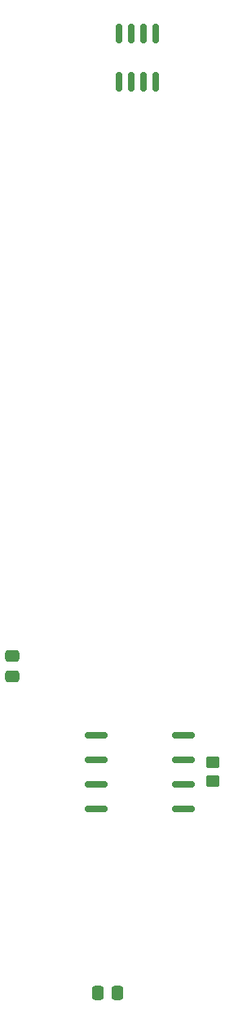
<source format=gbr>
%TF.GenerationSoftware,KiCad,Pcbnew,(6.0.1)*%
%TF.CreationDate,2022-08-22T15:26:47+03:00*%
%TF.ProjectId,Launch-Adapter,4c61756e-6368-42d4-9164-61707465722e,rev?*%
%TF.SameCoordinates,Original*%
%TF.FileFunction,Paste,Bot*%
%TF.FilePolarity,Positive*%
%FSLAX46Y46*%
G04 Gerber Fmt 4.6, Leading zero omitted, Abs format (unit mm)*
G04 Created by KiCad (PCBNEW (6.0.1)) date 2022-08-22 15:26:47*
%MOMM*%
%LPD*%
G01*
G04 APERTURE LIST*
G04 Aperture macros list*
%AMRoundRect*
0 Rectangle with rounded corners*
0 $1 Rounding radius*
0 $2 $3 $4 $5 $6 $7 $8 $9 X,Y pos of 4 corners*
0 Add a 4 corners polygon primitive as box body*
4,1,4,$2,$3,$4,$5,$6,$7,$8,$9,$2,$3,0*
0 Add four circle primitives for the rounded corners*
1,1,$1+$1,$2,$3*
1,1,$1+$1,$4,$5*
1,1,$1+$1,$6,$7*
1,1,$1+$1,$8,$9*
0 Add four rect primitives between the rounded corners*
20,1,$1+$1,$2,$3,$4,$5,0*
20,1,$1+$1,$4,$5,$6,$7,0*
20,1,$1+$1,$6,$7,$8,$9,0*
20,1,$1+$1,$8,$9,$2,$3,0*%
G04 Aperture macros list end*
%ADD10RoundRect,0.250000X-0.475000X0.337500X-0.475000X-0.337500X0.475000X-0.337500X0.475000X0.337500X0*%
%ADD11RoundRect,0.250000X0.337500X0.475000X-0.337500X0.475000X-0.337500X-0.475000X0.337500X-0.475000X0*%
%ADD12RoundRect,0.150000X-0.150000X0.825000X-0.150000X-0.825000X0.150000X-0.825000X0.150000X0.825000X0*%
%ADD13RoundRect,0.250000X-0.450000X0.350000X-0.450000X-0.350000X0.450000X-0.350000X0.450000X0.350000X0*%
%ADD14RoundRect,0.162500X-1.012500X-0.162500X1.012500X-0.162500X1.012500X0.162500X-1.012500X0.162500X0*%
G04 APERTURE END LIST*
D10*
%TO.C,C20*%
X82550000Y-105388500D03*
X82550000Y-107463500D03*
%TD*%
D11*
%TO.C,C4*%
X93493500Y-140208000D03*
X91418500Y-140208000D03*
%TD*%
D12*
%TO.C,D3*%
X93599000Y-40959000D03*
X94869000Y-40959000D03*
X96139000Y-40959000D03*
X97409000Y-40959000D03*
X97409000Y-45909000D03*
X96139000Y-45909000D03*
X94869000Y-45909000D03*
X93599000Y-45909000D03*
%TD*%
D13*
%TO.C,R3*%
X103378000Y-116348000D03*
X103378000Y-118348000D03*
%TD*%
D14*
%TO.C,U3*%
X91233000Y-121158000D03*
X91233000Y-118618000D03*
X91233000Y-116078000D03*
X91233000Y-113538000D03*
X100283000Y-113538000D03*
X100283000Y-116078000D03*
X100283000Y-118618000D03*
X100283000Y-121158000D03*
%TD*%
M02*

</source>
